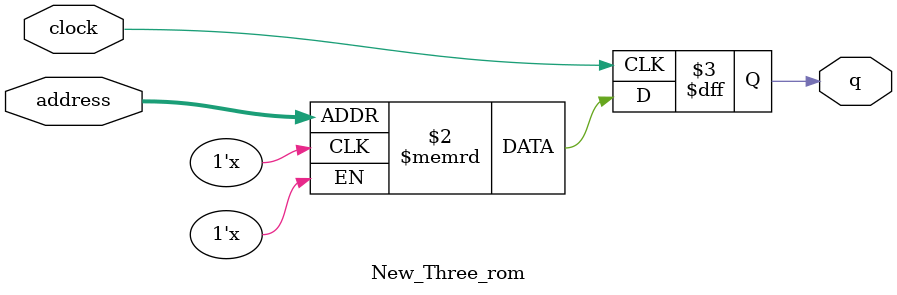
<source format=sv>
module New_Three_rom (
	input logic clock,
	input logic [7:0] address,
	output logic [0:0] q
);

logic [0:0] memory [0:195] /* synthesis ram_init_file = "./New_Three/New_Three.mif" */;

always_ff @ (posedge clock) begin
	q <= memory[address];
end

endmodule

</source>
